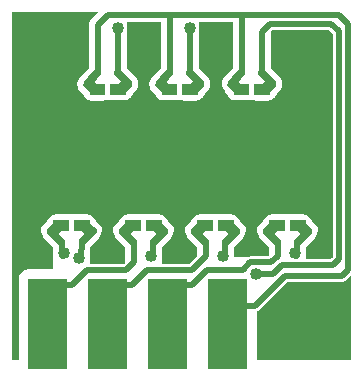
<source format=gbr>
G04 start of page 3 for group 1 idx 3 *
G04 Title: LED carrier v. 0.1, component *
G04 Creator: pcb 1.99x *
G04 CreationDate: Sun Jun 28 01:38:54 2009 UTC *
G04 For: davidellsworth *
G04 Format: Gerber/RS-274X *
G04 PCB-Dimensions: 120000 122000 *
G04 PCB-Coordinate-Origin: lower left *
%MOIN*%
%FSLAX24Y24*%
%LNFRONT*%
%ADD11C,0.0200*%
%ADD12C,0.0400*%
%ADD13C,0.2500*%
%ADD14C,0.0310*%
%ADD15C,0.1250*%
%ADD16C,0.0150*%
%ADD17C,0.0250*%
%ADD18R,0.1300X0.1300*%
%ADD19C,0.0290*%
%ADD20R,0.0020X0.0020*%
%ADD21C,0.0080*%
%ADD22R,0.0380X0.0380*%
%ADD23C,0.0050*%
%ADD24C,0.0020*%
%ADD25C,0.0100*%
G54D11*G36*
X10079Y10319D02*X8929D01*
Y11246D01*
X8982Y11300D01*
X10079D01*
X10079Y10319D01*
G37*
G36*
X5490Y9549D02*X5450D01*
Y9629D01*
X5490D01*
X5480Y9589D01*
X5490Y9549D01*
G37*
G36*
X5300Y9239D02*X5100Y9439D01*
X5090Y9469D01*
X5100Y9519D01*
X5110Y9559D01*
X5160Y9629D01*
X5290Y9769D01*
X5560Y9499D01*
X5300Y9239D01*
G37*
G36*
X7679Y11580D02*X7679Y10269D01*
X6529D01*
Y11241D01*
X6531Y11247D01*
X6545Y11297D01*
X6550Y11350D01*
X6545Y11402D01*
X6531Y11452D01*
X6529Y11458D01*
Y11580D01*
X7679D01*
G37*
G36*
X10079Y11300D02*X10079Y10219D01*
X8929D01*
Y11246D01*
X8982Y11300D01*
X10079D01*
G37*
G36*
X7050Y8950D02*X9800Y8949D01*
Y6539D01*
X7050Y6550D01*
Y8950D01*
G37*
G36*
X9700Y7400D02*Y11300D01*
X10867D01*
X11000Y11167D01*
Y7400D01*
X9700D01*
G37*
G36*
X6510Y9149D02*X5990D01*
Y9499D01*
X6510D01*
Y9149D01*
G37*
G36*
X6320Y9549D02*X6330Y9589D01*
X6320Y9629D01*
X6360D01*
Y9549D01*
X6320D01*
G37*
G36*
X4650Y8950D02*X7400Y8949D01*
Y6539D01*
X4650Y6550D01*
Y8950D01*
G37*
G36*
X7680Y10369D02*Y10039D01*
X7400Y9759D01*
X7340Y9669D01*
X7310Y9599D01*
X7290Y9509D01*
Y9459D01*
X7300Y9409D01*
X7320Y9349D01*
X7350Y9309D01*
X7480Y9169D01*
X7500Y9149D01*
X7520Y9089D01*
X7540Y9059D01*
X7580Y9019D01*
X7660Y8969D01*
X7810Y8919D01*
X7050Y8900D01*
Y10350D01*
X7680Y10369D01*
G37*
G36*
X7890Y9549D02*X7850D01*
Y9629D01*
X7890D01*
X7880Y9589D01*
X7890Y9549D01*
G37*
G36*
X7700Y9149D02*Y9499D01*
X8220D01*
Y9149D01*
X7700D01*
G37*
G36*
Y9239D02*X7500Y9439D01*
X7490Y9469D01*
X7500Y9519D01*
X7510Y9559D01*
X7560Y9629D01*
X7690Y9769D01*
X7960Y9499D01*
X7700Y9239D01*
G37*
G36*
X8910Y9149D02*X8390D01*
Y9499D01*
X8910D01*
Y9149D01*
G37*
G36*
X8720Y9549D02*X8730Y9589D01*
X8720Y9629D01*
X8760D01*
Y9549D01*
X8720D01*
G37*
G36*
X8930Y10369D02*X9800D01*
Y8919D01*
X8800D01*
X8950Y8969D01*
X9030Y9019D01*
X9070Y9059D01*
X9090Y9089D01*
X9110Y9149D01*
X9130Y9169D01*
X9260Y9309D01*
X9290Y9349D01*
X9310Y9409D01*
X9320Y9459D01*
Y9509D01*
X9300Y9599D01*
X9270Y9669D01*
X9210Y9759D01*
X8930Y10039D01*
Y10369D01*
G37*
G36*
X8910Y9239D02*X8650Y9499D01*
X8920Y9769D01*
X9050Y9629D01*
X9100Y9559D01*
X9110Y9519D01*
X9120Y9469D01*
X9110Y9439D01*
X8910Y9239D01*
G37*
G36*
X5300Y9149D02*Y9499D01*
X5820D01*
Y9149D01*
X5300D01*
G37*
G36*
X6530Y10369D02*X7400D01*
Y9752D01*
X7381Y9729D01*
X7349Y9674D01*
X7327Y9614D01*
X7316Y9551D01*
X7316Y9488D01*
X7327Y9425D01*
X7349Y9365D01*
X7381Y9310D01*
X7400Y9287D01*
Y8919D01*
X6400D01*
X6550Y8969D01*
X6630Y9019D01*
X6670Y9059D01*
X6690Y9089D01*
X6710Y9149D01*
X6730Y9169D01*
X6860Y9309D01*
X6890Y9349D01*
X6910Y9409D01*
X6920Y9459D01*
Y9509D01*
X6900Y9599D01*
X6870Y9669D01*
X6810Y9759D01*
X6530Y10039D01*
Y10369D01*
G37*
G36*
X6510Y9239D02*X6250Y9499D01*
X6520Y9769D01*
X6650Y9629D01*
X6700Y9559D01*
X6710Y9519D01*
X6720Y9469D01*
X6710Y9439D01*
X6510Y9239D01*
G37*
G36*
X8250Y3750D02*Y5200D01*
X8999Y5180D01*
X8849Y5130D01*
X8769Y5080D01*
X8729Y5040D01*
X8709Y5010D01*
X8689Y4950D01*
X8669Y4930D01*
X8539Y4790D01*
X8509Y4750D01*
X8489Y4690D01*
X8479Y4640D01*
Y4590D01*
X8499Y4500D01*
X8529Y4430D01*
X8589Y4340D01*
X8869Y4060D01*
Y3752D01*
X8867Y3750D01*
X8250D01*
G37*
G36*
X6489Y4860D02*X6749Y4600D01*
X6479Y4330D01*
X6349Y4470D01*
X6299Y4540D01*
X6289Y4580D01*
X6279Y4630D01*
X6289Y4660D01*
X6489Y4860D01*
G37*
G36*
X7699Y4950D02*Y4600D01*
X7179D01*
Y4950D01*
X7699D01*
G37*
G36*
Y4860D02*X7899Y4660D01*
X7909Y4630D01*
X7899Y4580D01*
X7889Y4540D01*
X7839Y4470D01*
X7709Y4330D01*
X7439Y4600D01*
X7699Y4860D01*
G37*
G36*
X7719Y3730D02*Y4060D01*
X7999Y4340D01*
X8059Y4430D01*
X8089Y4500D01*
X8109Y4590D01*
Y4640D01*
X8099Y4690D01*
X8079Y4750D01*
X8049Y4790D01*
X7919Y4930D01*
X7899Y4950D01*
X7879Y5010D01*
X7859Y5040D01*
X7819Y5080D01*
X7739Y5130D01*
X7589Y5180D01*
X8400Y5200D01*
X8389Y3750D01*
X8250D01*
X8215Y3747D01*
X8181Y3737D01*
X8165Y3730D01*
X7719D01*
G37*
G36*
X6447Y3731D02*X5850Y3750D01*
Y5200D01*
X6599Y5180D01*
X6449Y5130D01*
X6369Y5080D01*
X6329Y5040D01*
X6309Y5010D01*
X6289Y4950D01*
X6269Y4930D01*
X6139Y4790D01*
X6109Y4750D01*
X6089Y4690D01*
X6079Y4640D01*
Y4590D01*
X6099Y4500D01*
X6129Y4430D01*
X6189Y4340D01*
X6469Y4060D01*
Y3753D01*
X6447Y3731D01*
G37*
G36*
X8589Y5150D02*X5850Y5150D01*
Y7550D01*
X8589Y7560D01*
Y5150D01*
G37*
G36*
X10989D02*X8250Y5150D01*
Y7550D01*
X10989Y7560D01*
Y5150D01*
G37*
G36*
X6489Y4950D02*X7009D01*
Y4600D01*
X6489D01*
Y4950D01*
G37*
G36*
X7509Y4550D02*X7549D01*
Y4470D01*
X7509D01*
X7519Y4510D01*
X7509Y4550D01*
G37*
G36*
X6679D02*X6669Y4510D01*
X6679Y4470D01*
X6639D01*
Y4550D01*
X6679D01*
G37*
G36*
X8889Y4950D02*X9409D01*
Y4600D01*
X8889D01*
Y4950D01*
G37*
G36*
X9079Y4550D02*X9069Y4510D01*
X9079Y4470D01*
X9039D01*
Y4550D01*
X9079D01*
G37*
G36*
X8889Y4860D02*X9149Y4600D01*
X8879Y4330D01*
X8749Y4470D01*
X8699Y4540D01*
X8689Y4580D01*
X8679Y4630D01*
X8689Y4660D01*
X8889Y4860D01*
G37*
G36*
X9909Y4550D02*X9949D01*
Y4470D01*
X9909D01*
X9919Y4510D01*
X9909Y4550D01*
G37*
G36*
X10099Y4950D02*Y4600D01*
X9579D01*
Y4950D01*
X10099D01*
G37*
G36*
Y4860D02*X10299Y4660D01*
X10309Y4630D01*
X10299Y4580D01*
X10289Y4540D01*
X10239Y4470D01*
X10109Y4330D01*
X9839Y4600D01*
X10099Y4860D01*
G37*
G36*
X10119Y3730D02*Y4060D01*
X10399Y4340D01*
X10459Y4430D01*
X10489Y4500D01*
X10509Y4590D01*
Y4640D01*
X10499Y4690D01*
X10479Y4750D01*
X10449Y4790D01*
X10319Y4930D01*
X10299Y4950D01*
X10279Y5010D01*
X10259Y5040D01*
X10219Y5080D01*
X10139Y5130D01*
X9989Y5180D01*
X10989D01*
Y3730D01*
X10119D01*
G37*
G36*
X10700Y3700D02*Y7600D01*
X11000D01*
Y3733D01*
X10967Y3700D01*
X10700D01*
G37*
G36*
X8470Y1913D02*X8484Y1918D01*
X8514Y1936D01*
X8541Y1958D01*
X9482Y2900D01*
X11300D01*
X11309Y2900D01*
X11317D01*
X11325Y2902D01*
X11334Y2903D01*
X11343Y2905D01*
X11351Y2906D01*
X11360Y2909D01*
X11368Y2912D01*
X11376Y2915D01*
X11384Y2918D01*
X11391Y2922D01*
X11400Y2926D01*
X11407Y2932D01*
X11414Y2936D01*
X11421Y2941D01*
X11428Y2946D01*
X11435Y2953D01*
X11441Y2958D01*
X11582Y3100D01*
X11600D01*
Y300D01*
X8470D01*
Y1913D01*
G37*
G36*
X10119Y3653D02*Y3782D01*
X11000Y3798D01*
Y3733D01*
X10920Y3653D01*
X10119D01*
G37*
G36*
X3920Y9549D02*X3930Y9589D01*
X3920Y9629D01*
X3960D01*
Y9549D01*
X3920D01*
G37*
G36*
X4110Y9149D02*X3590D01*
Y9499D01*
X4110D01*
Y9149D01*
G37*
G36*
Y9239D02*X3850Y9499D01*
X4120Y9769D01*
X4250Y9629D01*
X4300Y9559D01*
X4310Y9519D01*
X4320Y9469D01*
X4310Y9439D01*
X4110Y9239D01*
G37*
G36*
X2880Y10039D02*X2600Y9759D01*
X2540Y9669D01*
X2510Y9599D01*
X2490Y9509D01*
Y9459D01*
X2500Y9409D01*
X2520Y9349D01*
X2550Y9309D01*
X2680Y9169D01*
X2700Y9149D01*
X2720Y9089D01*
X2740Y9059D01*
X2780Y9019D01*
X2860Y8969D01*
X3010Y8919D01*
X2010D01*
Y10369D01*
X2880D01*
Y10039D01*
G37*
G36*
X2010Y8949D02*X4750Y8950D01*
Y6550D01*
X2010Y6539D01*
Y8949D01*
G37*
G36*
X3090Y9549D02*X3050D01*
Y9629D01*
X3090D01*
X3080Y9589D01*
X3090Y9549D01*
G37*
G36*
X2900Y9149D02*Y9499D01*
X3420D01*
Y9149D01*
X2900D01*
G37*
G36*
Y9239D02*X2700Y9439D01*
X2690Y9469D01*
X2700Y9519D01*
X2710Y9559D01*
X2760Y9629D01*
X2890Y9769D01*
X3160Y9499D01*
X2900Y9239D01*
G37*
G36*
X300Y11900D02*X2300D01*
Y7400D01*
X300D01*
Y11900D01*
G37*
G36*
X4130Y10369D02*X4750Y10350D01*
Y8900D01*
X4000Y8919D01*
X4150Y8969D01*
X4230Y9019D01*
X4270Y9059D01*
X4290Y9089D01*
X4310Y9149D01*
X4330Y9169D01*
X4460Y9309D01*
X4490Y9349D01*
X4510Y9409D01*
X4520Y9459D01*
Y9509D01*
X4500Y9599D01*
X4470Y9669D01*
X4410Y9759D01*
X4130Y10039D01*
Y10369D01*
G37*
G36*
X5280D02*Y10039D01*
X5000Y9759D01*
X4940Y9669D01*
X4910Y9599D01*
X4890Y9509D01*
Y9459D01*
X4900Y9409D01*
X4920Y9349D01*
X4950Y9309D01*
X5080Y9169D01*
X5100Y9149D01*
X5120Y9089D01*
X5140Y9059D01*
X5180Y9019D01*
X5260Y8969D01*
X5410Y8919D01*
X4650Y8900D01*
Y10350D01*
X5280Y10369D01*
G37*
G36*
X2200Y10300D02*Y11900D01*
X3175D01*
X2968Y11692D01*
X2968Y11692D01*
X2960Y11683D01*
X2950Y11673D01*
X2941Y11660D01*
X2934Y11652D01*
X2929Y11642D01*
X2920Y11630D01*
X2914Y11617D01*
X2908Y11607D01*
X2904Y11595D01*
X2898Y11582D01*
X2894Y11568D01*
X2890Y11557D01*
X2888Y11546D01*
X2884Y11532D01*
X2883Y11517D01*
X2881Y11506D01*
Y11494D01*
X2880Y11480D01*
Y10300D01*
X2200D01*
G37*
G36*
X5279Y11580D02*X5279Y10269D01*
X4129D01*
Y11241D01*
X4131Y11247D01*
X4145Y11297D01*
X4150Y11350D01*
X4145Y11402D01*
X4131Y11452D01*
X4129Y11458D01*
Y11580D01*
X5279D01*
G37*
G36*
X530Y2310D02*X520D01*
X520Y3780D01*
X1670D01*
Y3320D01*
X850D01*
X794Y3315D01*
X740Y3300D01*
X690Y3277D01*
X644Y3245D01*
X604Y3205D01*
X572Y3160D01*
X549Y3109D01*
X534Y3055D01*
X530Y3000D01*
Y2310D01*
G37*
G36*
X2709Y4550D02*X2749D01*
Y4470D01*
X2709D01*
X2719Y4510D01*
X2709Y4550D01*
G37*
G36*
X2899Y4950D02*Y4600D01*
X2379D01*
Y4950D01*
X2899D01*
G37*
G36*
X1689Y4860D02*X1949Y4600D01*
X1679Y4330D01*
X1549Y4470D01*
X1499Y4540D01*
X1489Y4580D01*
X1479Y4630D01*
X1489Y4660D01*
X1689Y4860D01*
G37*
G36*
Y4950D02*X2209D01*
Y4600D01*
X1689D01*
Y4950D01*
G37*
G36*
X1879Y4550D02*X1869Y4510D01*
X1879Y4470D01*
X1839D01*
Y4550D01*
X1879D01*
G37*
G36*
X2920Y3500D02*X2920Y3780D01*
X4070D01*
Y3500D01*
X2920D01*
G37*
G36*
X5320Y3500D02*X5320Y3780D01*
X6470D01*
Y3754D01*
X6216Y3500D01*
X5320D01*
G37*
G36*
X1669Y3730D02*X799D01*
Y5180D01*
X1799D01*
X1649Y5130D01*
X1569Y5080D01*
X1529Y5040D01*
X1509Y5010D01*
X1489Y4950D01*
X1469Y4930D01*
X1339Y4790D01*
X1309Y4750D01*
X1289Y4690D01*
X1279Y4640D01*
Y4590D01*
X1299Y4500D01*
X1329Y4430D01*
X1389Y4340D01*
X1669Y4060D01*
Y3730D01*
G37*
G36*
X3550Y5150D02*X799Y5150D01*
Y7560D01*
X3550Y7550D01*
Y5150D01*
G37*
G36*
X2899Y4860D02*X3099Y4660D01*
X3109Y4630D01*
X3099Y4580D01*
X3089Y4540D01*
X3039Y4470D01*
X2909Y4330D01*
X2639Y4600D01*
X2899Y4860D01*
G37*
G36*
X2919Y3730D02*Y4060D01*
X3199Y4340D01*
X3259Y4430D01*
X3289Y4500D01*
X3309Y4590D01*
Y4640D01*
X3299Y4690D01*
X3279Y4750D01*
X3249Y4790D01*
X3119Y4930D01*
X3099Y4950D01*
X3079Y5010D01*
X3059Y5040D01*
X3019Y5080D01*
X2939Y5130D01*
X2789Y5180D01*
X3550Y5200D01*
Y3750D01*
X2919Y3730D01*
G37*
G36*
X4089Y4950D02*X4609D01*
Y4600D01*
X4089D01*
Y4950D01*
G37*
G36*
X5109Y4550D02*X5149D01*
Y4470D01*
X5109D01*
X5119Y4510D01*
X5109Y4550D01*
G37*
G36*
X4279D02*X4269Y4510D01*
X4279Y4470D01*
X4239D01*
Y4550D01*
X4279D01*
G37*
G36*
X4089Y4860D02*X4349Y4600D01*
X4079Y4330D01*
X3949Y4470D01*
X3899Y4540D01*
X3889Y4580D01*
X3879Y4630D01*
X3889Y4660D01*
X4089Y4860D01*
G37*
G36*
X4069Y3730D02*X3450Y3750D01*
Y5200D01*
X4199Y5180D01*
X4049Y5130D01*
X3969Y5080D01*
X3929Y5040D01*
X3909Y5010D01*
X3889Y4950D01*
X3869Y4930D01*
X3739Y4790D01*
X3709Y4750D01*
X3689Y4690D01*
X3679Y4640D01*
Y4590D01*
X3699Y4500D01*
X3729Y4430D01*
X3789Y4340D01*
X4069Y4060D01*
Y3730D01*
G37*
G36*
X5299Y4950D02*Y4600D01*
X4779D01*
Y4950D01*
X5299D01*
G37*
G36*
X6189Y5150D02*X3450Y5150D01*
Y7550D01*
X6189Y7560D01*
Y5150D01*
G37*
G36*
X5299Y4860D02*X5499Y4660D01*
X5509Y4630D01*
X5499Y4580D01*
X5489Y4540D01*
X5439Y4470D01*
X5309Y4330D01*
X5039Y4600D01*
X5299Y4860D01*
G37*
G36*
X5319Y3730D02*Y4060D01*
X5599Y4340D01*
X5659Y4430D01*
X5689Y4500D01*
X5709Y4590D01*
Y4640D01*
X5699Y4690D01*
X5679Y4750D01*
X5649Y4790D01*
X5519Y4930D01*
X5499Y4950D01*
X5479Y5010D01*
X5459Y5040D01*
X5419Y5080D01*
X5339Y5130D01*
X5189Y5180D01*
X5950Y5200D01*
Y3750D01*
X5319Y3730D01*
G37*
G36*
X300Y7700D02*X900D01*
Y3320D01*
X850D01*
X794Y3315D01*
X740Y3300D01*
X690Y3277D01*
X644Y3245D01*
X604Y3205D01*
X572Y3160D01*
X549Y3109D01*
X534Y3055D01*
X530Y3000D01*
Y300D01*
X300D01*
Y7700D01*
G37*
G54D11*X4369Y4180D02*Y3569D01*
X4100Y3300D01*
X4000Y2800D02*X4300D01*
X4800Y3300D01*
X4100D02*X2800D01*
X2300Y2800D01*
X2100D01*
X4800Y3300D02*X6299D01*
X1969Y4180D02*Y3770D01*
X2650Y4210D02*X2619Y3770D01*
G54D17*X1619Y4570D02*X1949Y4230D01*
X3000Y4600D02*X2670Y4260D01*
X4019Y4570D02*X4349Y4230D01*
G54D11*X5019Y4180D02*Y3770D01*
G54D17*X5369Y4570D02*X5039Y4230D01*
G54D11*X10950Y11500D02*X8900D01*
X8630Y11230D01*
X11200Y11250D02*X10950Y11500D01*
X8630Y9919D02*Y11230D01*
G54D17*X8980Y9529D02*X8650Y9869D01*
X7630Y9529D02*X7960Y9869D01*
G54D11*X7980Y9919D02*Y11800D01*
G54D17*X7769Y4570D02*X7439Y4230D01*
X8819Y4570D02*X9149Y4230D01*
X10169Y4570D02*X9839Y4230D01*
G54D11*X9300Y3450D02*X11000D01*
X9819Y4180D02*Y3770D01*
X11300Y3100D02*X9400D01*
X11000Y3450D02*X11200Y3650D01*
X11500Y3300D02*Y11500D01*
X11200Y11800D01*
X11300Y3100D02*X11500Y3300D01*
X11200Y3650D02*Y11250D01*
X3830Y11330D02*X3850Y11350D01*
X3830Y9919D02*Y11330D01*
X3180Y9919D02*Y11480D01*
X11200Y11800D02*X3500D01*
X5580Y9919D02*Y11800D01*
G54D17*X6580Y9529D02*X6250Y9869D01*
G54D11*X6230Y9919D02*Y11330D01*
G54D17*X5230Y9529D02*X5560Y9869D01*
G54D11*X6230Y11330D02*X6250Y11350D01*
X3180Y11480D02*X3500Y11800D01*
G54D17*X4180Y9529D02*X3850Y9869D01*
X2830Y9529D02*X3160Y9869D01*
G54D11*X9300Y3450D02*X9000Y3150D01*
X9400Y3100D02*X8400Y2100D01*
X9000Y3150D02*X8450D01*
G54D17*X6419Y4570D02*X6749Y4230D01*
G54D11*X6300Y2800D02*X6000D01*
X6769Y4180D02*Y3770D01*
X6800Y3300D02*X6300Y2800D01*
X6299Y3300D02*X6769Y3770D01*
X7419Y4180D02*Y3770D01*
X8400Y2100D02*X8000D01*
X9169Y4180D02*Y3769D01*
X8950Y3550D01*
X8000Y3300D02*X8250Y3550D01*
X8950D02*X8250D01*
X6800Y3300D02*X8000D01*
G54D12*X8450Y3150D03*
G54D13*X10100Y1600D03*
G54D12*X7350Y3750D03*
X9750Y3850D03*
G54D14*X9510Y8579D03*
X9460Y8219D03*
X10760Y6249D03*
X10699Y5520D03*
X10649Y5880D03*
X10699Y5150D03*
X9859Y6660D03*
X9499Y6560D03*
X10249Y6760D03*
X10499Y6470D03*
X9560Y7850D03*
X9510Y8949D03*
X9800Y7500D03*
X10150Y7150D03*
X10669Y6830D03*
X9500Y7250D03*
X9750Y7000D03*
X9200D03*
X9190Y8769D03*
X9140Y8399D03*
Y8039D03*
X9050Y7339D03*
X9300Y7629D03*
X8300Y6800D03*
X8749Y6760D03*
X7350Y7000D03*
X7849Y6760D03*
X8659Y6060D03*
X8300Y6150D03*
X8499Y6470D03*
G54D11*X7099Y6250D03*
G54D14*X7929Y6060D03*
X8099Y6470D03*
X8300Y5750D03*
G54D11*X7099Y5750D03*
G54D14*X7269Y5390D03*
X7629D03*
X7929Y5700D03*
X7979Y5330D03*
X7459Y6660D03*
G54D11*X9499Y5750D03*
Y6250D03*
G54D14*X9669Y5390D03*
X9319D03*
X10029D03*
X10379Y5330D03*
X10329Y5700D03*
Y6060D03*
X8959Y5390D03*
X8609Y5330D03*
X8659Y5700D03*
X8300Y5150D03*
X9129Y6660D03*
X7099Y6560D03*
X7100Y8950D03*
Y8350D03*
Y7250D03*
Y7950D03*
X8840Y8709D03*
X8480D03*
G54D11*X8300Y8349D03*
Y7849D03*
G54D14*X7940Y7439D03*
X8300Y7539D03*
X8670Y7439D03*
X8600Y7100D03*
X8050D03*
X8130Y8709D03*
X7770D03*
X7420Y8769D03*
X7470Y8399D03*
Y8039D03*
X7300Y7629D03*
X7550Y7339D03*
X3500Y5750D03*
X3859Y5700D03*
X3500Y5150D03*
X3809Y5330D03*
X4159Y5390D03*
X4519D03*
X1759D03*
G54D12*X2550Y3700D03*
X2050Y3850D03*
G54D14*X2119Y5390D03*
X2469D03*
X3129Y6060D03*
Y5700D03*
G54D11*X2299Y5750D03*
G54D14*X3179Y5330D03*
X2829Y5390D03*
X5529Y5700D03*
X5579Y5330D03*
X5229Y5390D03*
X3500Y6150D03*
X3859Y6060D03*
X5529D03*
X5059Y6660D03*
G54D12*X4950Y3750D03*
G54D14*X4869Y5390D03*
G54D11*X4699Y5750D03*
Y6250D03*
G54D14*X6800Y7000D03*
X6729Y6660D03*
X6740Y8039D03*
X6900Y7629D03*
X6650Y7339D03*
X6919Y5390D03*
X6559D03*
X5900Y5150D03*
X6209Y5330D03*
X6259Y5700D03*
Y6060D03*
X5900Y5750D03*
X6200Y7100D03*
X5900Y6800D03*
Y6150D03*
X6349Y6760D03*
X6099Y6470D03*
X5900Y7539D03*
X6270Y7439D03*
X2380Y7269D03*
X2600Y7000D03*
X2750Y7339D03*
X3699Y6470D03*
X3949Y6760D03*
X4329Y6660D03*
X3299Y6470D03*
X3800Y7100D03*
X3870Y7439D03*
X4250Y7339D03*
X3250Y7100D03*
X3140Y7439D03*
X3500Y7539D03*
G54D11*Y7849D03*
G54D14*X2670Y8039D03*
X2299Y6560D03*
G54D11*Y6250D03*
G54D14*X2659Y6660D03*
X3049Y6760D03*
X5699Y6470D03*
X5449Y6760D03*
X5650Y7100D03*
G54D11*X5900Y7849D03*
G54D14*X5540Y7439D03*
X4700Y7950D03*
X4500Y7629D03*
X4700Y7250D03*
X5070Y8039D03*
X4900Y7629D03*
X5150Y7339D03*
X1459Y6060D03*
Y5700D03*
X1409Y5330D03*
X1089Y5520D03*
X1299Y6470D03*
X1650Y7150D03*
X1169Y6830D03*
X1929Y6660D03*
X1549Y6760D03*
X1089Y5150D03*
X1139Y5880D03*
X2000Y7500D03*
X2239Y7850D03*
X2050Y7000D03*
X1039Y6249D03*
X2500Y7629D03*
G54D13*X1600Y10600D03*
G54D14*X2300Y8949D03*
X2350Y8219D03*
X2300Y8579D03*
X2670Y8399D03*
X2620Y8769D03*
G54D12*X6250Y11350D03*
X3850D03*
G54D14*X6440Y8709D03*
X6080D03*
X5730D03*
X6790Y8769D03*
X6740Y8399D03*
G54D11*X5900Y8349D03*
G54D14*X4699Y6560D03*
X4950Y7000D03*
X4400D03*
X3500Y6800D03*
X4040Y8709D03*
X4390Y8769D03*
X4340Y8399D03*
Y8039D03*
X4700Y8950D03*
Y8350D03*
X5070Y8399D03*
X3680Y8709D03*
X2970D03*
X3330D03*
G54D11*X3500Y8349D03*
G54D14*X5370Y8709D03*
X5020Y8769D03*
G54D18*X1500Y2350D02*Y650D01*
X3500Y2350D02*Y650D01*
X5500Y2350D02*Y650D01*
X7500Y2350D02*Y650D01*
G54D19*X7560Y4740D02*X7720Y4580D01*
G54D20*X7210Y4770D02*X7530D01*
G54D19*X9960Y4740D02*X10120Y4580D01*
G54D20*X9610Y4770D02*X9930D01*
G54D19*X8870Y4580D02*X9030Y4740D01*
G54D20*X9060Y4770D02*X9380D01*
G54D19*X6470Y4580D02*X6630Y4740D01*
G54D20*X6660Y4770D02*X6980D01*
G54D19*X5160Y4740D02*X5320Y4580D01*
G54D20*X4810Y4770D02*X5130D01*
G54D19*X4070Y4580D02*X4230Y4740D01*
X2760D02*X2920Y4580D01*
G54D20*X2410Y4770D02*X2730D01*
G54D19*X1670Y4580D02*X1830Y4740D01*
G54D20*X1860Y4770D02*X2180D01*
X4260D02*X4580D01*
G54D19*X6340Y7880D02*X6570Y7650D01*
G54D21*X6120Y8310D02*Y7760D01*
G54D22*X6280Y8270D02*Y7910D01*
G54D21*X6460Y8420D02*Y7820D01*
G54D23*X6060Y8210D02*X6110Y8340D01*
G54D24*X6090Y8450D02*Y7810D01*
G54D23*X6070Y7970D02*X6120Y7840D01*
G54D19*X6370Y9360D02*X6530Y9520D01*
G54D20*X6020Y9330D02*X6340D01*
G54D19*X7680Y9520D02*X7840Y9360D01*
G54D20*X7870Y9330D02*X8190D01*
G54D19*X8770Y9360D02*X8930Y9520D01*
G54D20*X8420Y9330D02*X8740D01*
G54D19*X5280Y9520D02*X5440Y9360D01*
G54D20*X5470Y9330D02*X5790D01*
G54D19*X2880Y9520D02*X3040Y9360D01*
G54D20*X3070Y9330D02*X3390D01*
G54D19*X3970Y9360D02*X4130Y9520D01*
G54D20*X3620Y9330D02*X3940D01*
G54D19*X5240Y7650D02*X5470Y7880D01*
G54D21*X5350Y8420D02*Y7800D01*
G54D22*X5530Y8270D02*Y7910D01*
G54D24*X5720Y8450D02*Y7810D01*
G54D21*X5690Y8380D02*Y7760D01*
G54D23*X5770Y8010D02*X5920Y8070D01*
G54D25*X6010Y8060D02*X6110Y7970D01*
G54D23*X5910Y8060D02*X6060Y8010D01*
X5700Y8330D02*X5750Y8210D01*
G54D25*X5670Y8270D02*X5800Y8140D01*
X5700Y7960D02*X5800Y8060D01*
G54D23*X5700Y7860D02*X5750Y8000D01*
G54D24*X6090Y8450D02*Y7820D01*
G54D23*X5900Y8140D02*X6050Y8190D01*
G54D16*X5710Y8100D02*X6100D01*
G54D23*X5770Y8190D02*X5920Y8140D01*
G54D25*X6010D02*X6110Y8240D01*
G54D16*X8110Y8100D02*X8500D01*
G54D25*X8410Y8140D02*X8510Y8240D01*
G54D23*X8170Y8190D02*X8320Y8140D01*
G54D21*X8090Y8380D02*Y7760D01*
G54D24*X8490Y8450D02*Y7810D01*
G54D23*X8470Y7970D02*X8520Y7840D01*
G54D21*X2950Y8420D02*Y7800D01*
G54D19*X2840Y7650D02*X3070Y7880D01*
G54D23*X3300Y8330D02*X3350Y8210D01*
G54D25*X3270Y8270D02*X3400Y8140D01*
G54D22*X3130Y8270D02*Y7910D01*
G54D24*X3320Y8450D02*Y7810D01*
G54D21*X3290Y8380D02*Y7760D01*
G54D23*X3370Y8010D02*X3520Y8070D01*
X3510Y8060D02*X3660Y8010D01*
G54D25*X3300Y7960D02*X3400Y8060D01*
G54D23*X3300Y7860D02*X3350Y8000D01*
G54D16*X3310Y8100D02*X3700D01*
G54D23*X3370Y8190D02*X3520Y8140D01*
G54D21*X4060Y8420D02*Y7820D01*
G54D19*X3940Y7880D02*X4170Y7650D01*
G54D22*X3880Y8270D02*Y7910D01*
G54D21*X3720Y8310D02*Y7760D01*
G54D25*X3610Y8060D02*X3710Y7970D01*
G54D23*X3670D02*X3720Y7840D01*
G54D24*X3690Y8450D02*Y7820D01*
G54D23*X3660Y8210D02*X3710Y8340D01*
X3500Y8140D02*X3650Y8190D01*
G54D25*X3610Y8140D02*X3710Y8240D01*
G54D24*X3690Y8450D02*Y7810D01*
G54D21*X5250Y6300D02*Y5680D01*
G54D19*X5130Y6220D02*X5360Y6450D01*
G54D23*X4850Y5890D02*X4900Y5770D01*
G54D25*X4800Y5960D02*X4930Y5830D01*
G54D22*X5070Y6190D02*Y5830D01*
G54D24*X4880Y6290D02*Y5650D01*
G54D21*X4910Y6340D02*Y5720D01*
G54D23*X4680Y6030D02*X4830Y6090D01*
X4540D02*X4690Y6040D01*
G54D25*X4800D02*X4900Y6140D01*
G54D23*X4850Y6100D02*X4900Y6240D01*
G54D16*X4500Y6000D02*X4890D01*
G54D23*X4680Y5960D02*X4830Y5910D01*
G54D21*X4140Y6280D02*Y5680D01*
G54D19*X4030Y6450D02*X4260Y6220D01*
G54D22*X4320Y6190D02*Y5830D01*
G54D21*X4480Y6340D02*Y5790D01*
G54D25*X4490Y6130D02*X4590Y6040D01*
G54D23*X4480Y6260D02*X4530Y6130D01*
G54D24*X4510Y6280D02*Y5650D01*
G54D23*X4490Y5760D02*X4540Y5890D01*
X4550Y5910D02*X4700Y5960D01*
G54D25*X4490Y5860D02*X4590Y5960D01*
G54D24*X4510Y6290D02*Y5650D01*
G54D21*X2850Y6300D02*Y5680D01*
G54D19*X2730Y6220D02*X2960Y6450D01*
G54D23*X2450Y5890D02*X2500Y5770D01*
G54D25*X2400Y5960D02*X2530Y5830D01*
G54D22*X2670Y6190D02*Y5830D01*
G54D24*X2480Y6290D02*Y5650D01*
G54D21*X2510Y6340D02*Y5720D01*
G54D23*X2280Y6030D02*X2430Y6090D01*
X2140D02*X2290Y6040D01*
G54D25*X2400D02*X2500Y6140D01*
G54D23*X2450Y6100D02*X2500Y6240D01*
G54D16*X2100Y6000D02*X2490D01*
G54D23*X2280Y5960D02*X2430Y5910D01*
G54D21*X1740Y6280D02*Y5680D01*
G54D19*X1630Y6450D02*X1860Y6220D01*
G54D22*X1920Y6190D02*Y5830D01*
G54D21*X2080Y6340D02*Y5790D01*
G54D25*X2090Y6130D02*X2190Y6040D01*
G54D23*X2080Y6260D02*X2130Y6130D01*
G54D24*X2110Y6280D02*Y5650D01*
G54D23*X2090Y5760D02*X2140Y5890D01*
X2150Y5910D02*X2300Y5960D01*
G54D25*X2090Y5860D02*X2190Y5960D01*
G54D24*X2110Y6290D02*Y5650D01*
G54D19*X6430Y6450D02*X6660Y6220D01*
X7530D02*X7760Y6450D01*
G54D23*X7250Y6100D02*X7300Y6240D01*
X6880Y6260D02*X6930Y6130D01*
G54D21*X7650Y6300D02*Y5680D01*
G54D22*X7470Y6190D02*Y5830D01*
G54D24*X7280Y6290D02*Y5650D01*
G54D21*X7310Y6340D02*Y5720D01*
G54D23*X7080Y6030D02*X7230Y6090D01*
X6940D02*X7090Y6040D01*
G54D25*X7200D02*X7300Y6140D01*
G54D16*X6900Y6000D02*X7290D01*
G54D23*X7080Y5960D02*X7230Y5910D01*
G54D21*X6540Y6280D02*Y5680D01*
G54D22*X6720Y6190D02*Y5830D01*
G54D21*X6880Y6340D02*Y5790D01*
G54D25*X6890Y6130D02*X6990Y6040D01*
G54D23*X7250Y5890D02*X7300Y5770D01*
G54D25*X7200Y5960D02*X7330Y5830D01*
G54D24*X6910Y6280D02*Y5650D01*
G54D23*X6890Y5760D02*X6940Y5890D01*
X6950Y5910D02*X7100Y5960D01*
G54D25*X6890Y5860D02*X6990Y5960D01*
G54D24*X6910Y6290D02*Y5650D01*
G54D21*X10050Y6300D02*Y5680D01*
G54D19*X9930Y6220D02*X10160Y6450D01*
G54D22*X9870Y6190D02*Y5830D01*
G54D19*X8830Y6450D02*X9060Y6220D01*
G54D22*X9120Y6190D02*Y5830D01*
G54D21*X8940Y6280D02*Y5680D01*
G54D23*X9290Y5760D02*X9340Y5890D01*
G54D24*X9310Y6290D02*Y5650D01*
G54D23*X9280Y6260D02*X9330Y6130D01*
G54D21*X9280Y6340D02*Y5790D01*
G54D24*X9310Y6280D02*Y5650D01*
G54D25*X9290Y6130D02*X9390Y6040D01*
G54D23*X9340Y6090D02*X9490Y6040D01*
X9350Y5910D02*X9500Y5960D01*
G54D25*X9290Y5860D02*X9390Y5960D01*
G54D23*X9650Y5890D02*X9700Y5770D01*
X9480Y6030D02*X9630Y6090D01*
G54D25*X9600Y6040D02*X9700Y6140D01*
G54D23*X9650Y6100D02*X9700Y6240D01*
G54D16*X9300Y6000D02*X9690D01*
G54D23*X9480Y5960D02*X9630Y5910D01*
G54D25*X9600Y5960D02*X9730Y5830D01*
G54D24*X9680Y6290D02*Y5650D01*
G54D21*X9710Y6340D02*Y5720D01*
X7750Y8420D02*Y7800D01*
G54D19*X7640Y7650D02*X7870Y7880D01*
G54D23*X8170Y8010D02*X8320Y8070D01*
G54D21*X8520Y8310D02*Y7760D01*
G54D24*X8490Y8450D02*Y7820D01*
G54D25*X8410Y8060D02*X8510Y7970D01*
G54D21*X8860Y8420D02*Y7820D01*
G54D19*X8740Y7880D02*X8970Y7650D01*
G54D22*X8680Y8270D02*Y7910D01*
G54D23*X8310Y8060D02*X8460Y8010D01*
X8300Y8140D02*X8450Y8190D01*
X8460Y8210D02*X8510Y8340D01*
X8100Y8330D02*X8150Y8210D01*
G54D22*X7930Y8270D02*Y7910D01*
G54D25*X8100Y7960D02*X8200Y8060D01*
G54D23*X8100Y7860D02*X8150Y8000D01*
G54D25*X8070Y8270D02*X8200Y8140D01*
G54D24*X8120Y8450D02*Y7810D01*
G54D11*G54D15*G54D11*G54D16*G54D11*G54D16*G54D11*G54D16*G54D11*G54D16*G54D11*G54D16*G54D11*G54D16*G54D11*G54D16*G54D11*G54D16*G54D11*G54D16*G54D11*G54D15*G54D11*G54D16*G54D11*G54D16*G54D11*M02*

</source>
